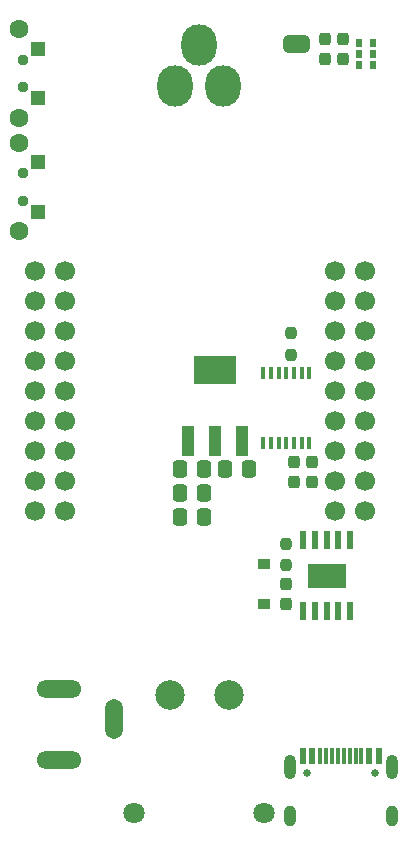
<source format=gts>
%TF.GenerationSoftware,KiCad,Pcbnew,9.0.6*%
%TF.CreationDate,2025-12-14T22:48:59+01:00*%
%TF.ProjectId,ledBrain,6c656442-7261-4696-9e2e-6b696361645f,rev?*%
%TF.SameCoordinates,Original*%
%TF.FileFunction,Soldermask,Top*%
%TF.FilePolarity,Negative*%
%FSLAX46Y46*%
G04 Gerber Fmt 4.6, Leading zero omitted, Abs format (unit mm)*
G04 Created by KiCad (PCBNEW 9.0.6) date 2025-12-14 22:48:59*
%MOMM*%
%LPD*%
G01*
G04 APERTURE LIST*
G04 Aperture macros list*
%AMRoundRect*
0 Rectangle with rounded corners*
0 $1 Rounding radius*
0 $2 $3 $4 $5 $6 $7 $8 $9 X,Y pos of 4 corners*
0 Add a 4 corners polygon primitive as box body*
4,1,4,$2,$3,$4,$5,$6,$7,$8,$9,$2,$3,0*
0 Add four circle primitives for the rounded corners*
1,1,$1+$1,$2,$3*
1,1,$1+$1,$4,$5*
1,1,$1+$1,$6,$7*
1,1,$1+$1,$8,$9*
0 Add four rect primitives between the rounded corners*
20,1,$1+$1,$2,$3,$4,$5,0*
20,1,$1+$1,$4,$5,$6,$7,0*
20,1,$1+$1,$6,$7,$8,$9,0*
20,1,$1+$1,$8,$9,$2,$3,0*%
%AMFreePoly0*
4,1,23,0.500000,-0.750000,0.000000,-0.750000,0.000000,-0.745722,-0.065263,-0.745722,-0.191342,-0.711940,-0.304381,-0.646677,-0.396677,-0.554381,-0.461940,-0.441342,-0.495722,-0.315263,-0.495722,-0.250000,-0.500000,-0.250000,-0.500000,0.250000,-0.495722,0.250000,-0.495722,0.315263,-0.461940,0.441342,-0.396677,0.554381,-0.304381,0.646677,-0.191342,0.711940,-0.065263,0.745722,0.000000,0.745722,
0.000000,0.750000,0.500000,0.750000,0.500000,-0.750000,0.500000,-0.750000,$1*%
%AMFreePoly1*
4,1,23,0.000000,0.745722,0.065263,0.745722,0.191342,0.711940,0.304381,0.646677,0.396677,0.554381,0.461940,0.441342,0.495722,0.315263,0.495722,0.250000,0.500000,0.250000,0.500000,-0.250000,0.495722,-0.250000,0.495722,-0.315263,0.461940,-0.441342,0.396677,-0.554381,0.304381,-0.646677,0.191342,-0.711940,0.065263,-0.745722,0.000000,-0.745722,0.000000,-0.750000,-0.500000,-0.750000,
-0.500000,0.750000,0.000000,0.750000,0.000000,0.745722,0.000000,0.745722,$1*%
G04 Aperture macros list end*
%ADD10R,0.600000X1.500000*%
%ADD11R,3.300000X2.100000*%
%ADD12RoundRect,0.250000X-0.337500X-0.475000X0.337500X-0.475000X0.337500X0.475000X-0.337500X0.475000X0*%
%ADD13C,1.700000*%
%ADD14R,0.990000X0.880000*%
%ADD15FreePoly0,0.000000*%
%ADD16FreePoly1,0.000000*%
%ADD17C,0.950000*%
%ADD18R,1.200000X1.200000*%
%ADD19C,1.600000*%
%ADD20RoundRect,0.237500X0.237500X-0.300000X0.237500X0.300000X-0.237500X0.300000X-0.237500X-0.300000X0*%
%ADD21R,1.100000X2.500000*%
%ADD22R,3.600000X2.340000*%
%ADD23RoundRect,0.237500X-0.237500X0.250000X-0.237500X-0.250000X0.237500X-0.250000X0.237500X0.250000X0*%
%ADD24RoundRect,0.237500X-0.237500X0.300000X-0.237500X-0.300000X0.237500X-0.300000X0.237500X0.300000X0*%
%ADD25C,0.650000*%
%ADD26O,1.000000X2.100000*%
%ADD27O,1.000000X1.800000*%
%ADD28R,0.600000X1.375000*%
%ADD29R,0.300000X1.375000*%
%ADD30C,2.500000*%
%ADD31C,1.800000*%
%ADD32RoundRect,0.237500X0.237500X-0.250000X0.237500X0.250000X-0.237500X0.250000X-0.237500X-0.250000X0*%
%ADD33R,0.300000X0.990000*%
%ADD34O,3.000000X3.500000*%
%ADD35O,3.800000X1.500000*%
%ADD36O,1.500000X3.400000*%
%ADD37R,0.570000X0.640000*%
G04 APERTURE END LIST*
%TO.C,JP2*%
G36*
X172080000Y-36140000D02*
G01*
X172380000Y-36140000D01*
X172380000Y-37640000D01*
X172080000Y-37640000D01*
X172080000Y-36140000D01*
G37*
%TD*%
D10*
%TO.C,U3*%
X172800000Y-84900000D03*
X173800000Y-84900000D03*
X174800000Y-84900000D03*
X175800000Y-84900000D03*
X176800000Y-84900000D03*
X176800000Y-78900000D03*
X175800000Y-78900000D03*
X174800000Y-78900000D03*
X173800000Y-78900000D03*
X172800000Y-78900000D03*
D11*
X174800000Y-81900000D03*
%TD*%
D12*
%TO.C,C4*%
X162362500Y-74920000D03*
X164437500Y-74920000D03*
%TD*%
D13*
%TO.C,U1*%
X150100000Y-56130000D03*
X150100000Y-58670000D03*
X150100000Y-61210000D03*
X150100000Y-63750000D03*
X150100000Y-66290000D03*
X150100000Y-68830000D03*
X150100000Y-71370000D03*
X150100000Y-73910000D03*
X150100000Y-76450000D03*
X152640000Y-56130000D03*
X152640000Y-58670000D03*
X152640000Y-61210000D03*
X152640000Y-63750000D03*
X152640000Y-66290000D03*
X152640000Y-68830000D03*
X152640000Y-71370000D03*
X152640000Y-73910000D03*
X152640000Y-76450000D03*
X175500000Y-56130000D03*
X175500000Y-58670000D03*
X175500000Y-61210000D03*
X175500000Y-63750000D03*
X175500000Y-66290000D03*
X175500000Y-68830000D03*
X175500000Y-71370000D03*
X175500000Y-73910000D03*
X175500000Y-76450000D03*
X178040000Y-56130000D03*
X178040000Y-58670000D03*
X178040000Y-61210000D03*
X178040000Y-63750000D03*
X178040000Y-66290000D03*
X178040000Y-68830000D03*
X178040000Y-71370000D03*
X178040000Y-73910000D03*
X178040000Y-76450000D03*
%TD*%
D12*
%TO.C,C7*%
X166182500Y-72900000D03*
X168257500Y-72900000D03*
%TD*%
D14*
%TO.C,D1*%
X169500000Y-84280000D03*
X169500000Y-80900000D03*
%TD*%
D15*
%TO.C,JP2*%
X171580000Y-36890000D03*
D16*
X172880000Y-36890000D03*
%TD*%
D12*
%TO.C,C5*%
X162362500Y-76940000D03*
X164437500Y-76940000D03*
%TD*%
D17*
%TO.C,SW2*%
X149070000Y-50140000D03*
X149070000Y-47840000D03*
D18*
X150370000Y-46890000D03*
X150370000Y-51090000D03*
D19*
X148770000Y-52740000D03*
X148770000Y-45240000D03*
%TD*%
D20*
%TO.C,C3*%
X171400000Y-84290000D03*
X171400000Y-82565000D03*
%TD*%
D21*
%TO.C,U4*%
X163040000Y-70470000D03*
X165340000Y-70470000D03*
X167640000Y-70470000D03*
D22*
X165340000Y-64530000D03*
%TD*%
D17*
%TO.C,SW3*%
X149070000Y-40540000D03*
X149070000Y-38240000D03*
D18*
X150370000Y-37290000D03*
X150370000Y-41490000D03*
D19*
X148770000Y-43140000D03*
X148770000Y-35640000D03*
%TD*%
D23*
%TO.C,R1*%
X171800000Y-61357500D03*
X171800000Y-63182500D03*
%TD*%
D20*
%TO.C,C1*%
X173540000Y-73962500D03*
X173540000Y-72237500D03*
%TD*%
%TO.C,C9*%
X176190000Y-38152500D03*
X176190000Y-36427500D03*
%TD*%
D24*
%TO.C,C2*%
X172000000Y-72237500D03*
X172000000Y-73962500D03*
%TD*%
D25*
%TO.C,USB1*%
X173110000Y-98615000D03*
X178890000Y-98615000D03*
D26*
X171680000Y-98115000D03*
X180320000Y-98115000D03*
D27*
X171680000Y-102265000D03*
X180320000Y-102265000D03*
D28*
X172800000Y-97205000D03*
X173600000Y-97205000D03*
D29*
X174750000Y-97205000D03*
X175750000Y-97205000D03*
X176250000Y-97205000D03*
X177250000Y-97205000D03*
D28*
X179200000Y-97205000D03*
X178400000Y-97205000D03*
D29*
X177750000Y-97205000D03*
X176750000Y-97205000D03*
X175250000Y-97205000D03*
X174250000Y-97205000D03*
%TD*%
D30*
%TO.C,CN1*%
X161500000Y-91987500D03*
X166500000Y-91987500D03*
D31*
X169500000Y-101987500D03*
X158500000Y-101987500D03*
%TD*%
D32*
%TO.C,Rset1*%
X171400000Y-81012500D03*
X171400000Y-79187500D03*
%TD*%
D33*
%TO.C,U5*%
X173350000Y-64770000D03*
X172700000Y-64770000D03*
X172050000Y-64770000D03*
X171400000Y-64770000D03*
X170750000Y-64770000D03*
X170100000Y-64770000D03*
X169450000Y-64770000D03*
X169450000Y-70630000D03*
X170100000Y-70630000D03*
X170750000Y-70630000D03*
X171400000Y-70630000D03*
X172050000Y-70630000D03*
X172700000Y-70630000D03*
X173350000Y-70630000D03*
%TD*%
D34*
%TO.C,U2*%
X166000000Y-40460000D03*
X164000000Y-37000000D03*
X162000000Y-40460000D03*
%TD*%
D35*
%TO.C,DC1*%
X152170000Y-91500000D03*
X152170000Y-97500000D03*
D36*
X156830000Y-94000000D03*
%TD*%
D37*
%TO.C,MIC2*%
X177530000Y-36770000D03*
X177530000Y-37710000D03*
X177530000Y-38650000D03*
X178690000Y-38650000D03*
X178690000Y-37710000D03*
X178690000Y-36770000D03*
%TD*%
D12*
%TO.C,C6*%
X162362500Y-72900000D03*
X164437500Y-72900000D03*
%TD*%
D20*
%TO.C,C8*%
X174670000Y-38152500D03*
X174670000Y-36427500D03*
%TD*%
M02*

</source>
